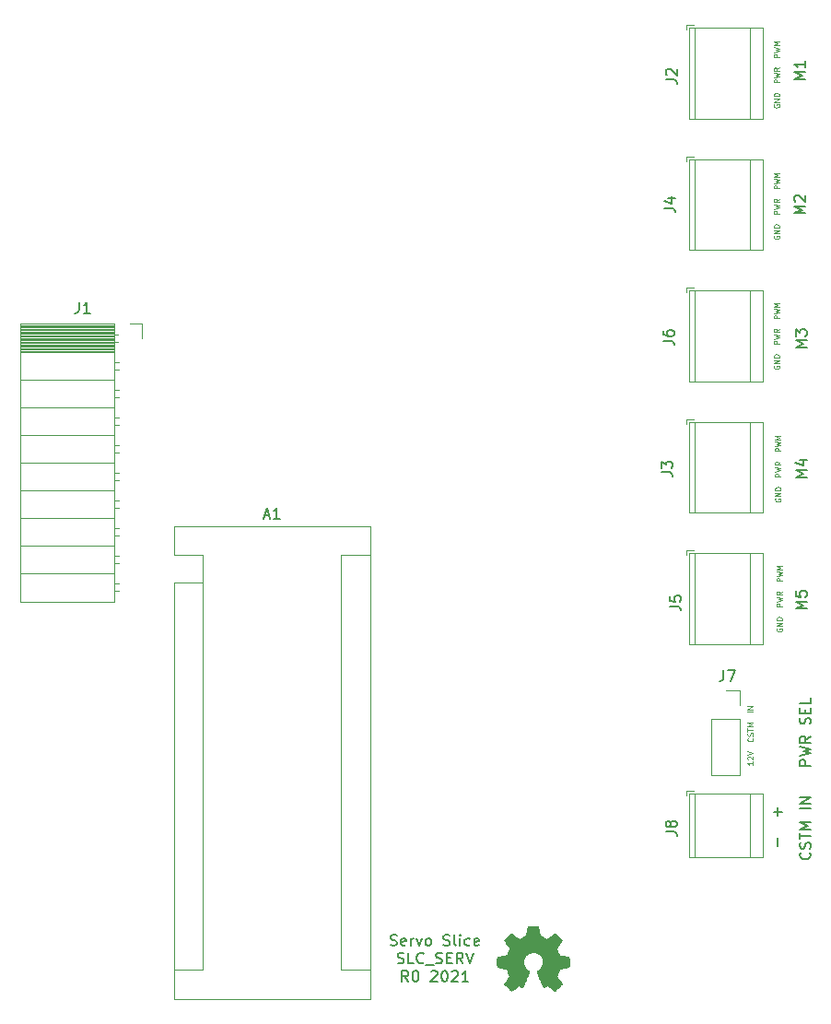
<source format=gbr>
%TF.GenerationSoftware,KiCad,Pcbnew,5.1.10-1.fc34*%
%TF.CreationDate,2021-06-08T11:48:28-04:00*%
%TF.ProjectId,BREAD_Slice,42524541-445f-4536-9c69-63652e6b6963,rev?*%
%TF.SameCoordinates,Original*%
%TF.FileFunction,Legend,Top*%
%TF.FilePolarity,Positive*%
%FSLAX46Y46*%
G04 Gerber Fmt 4.6, Leading zero omitted, Abs format (unit mm)*
G04 Created by KiCad (PCBNEW 5.1.10-1.fc34) date 2021-06-08 11:48:28*
%MOMM*%
%LPD*%
G01*
G04 APERTURE LIST*
%ADD10C,0.150000*%
%ADD11C,0.125000*%
%ADD12C,0.120000*%
%ADD13C,0.010000*%
G04 APERTURE END LIST*
D10*
X191759380Y-103652523D02*
X190759380Y-103652523D01*
X191473666Y-103319190D01*
X190759380Y-102985857D01*
X191759380Y-102985857D01*
X190759380Y-102033476D02*
X190759380Y-102509666D01*
X191235571Y-102557285D01*
X191187952Y-102509666D01*
X191140333Y-102414428D01*
X191140333Y-102176333D01*
X191187952Y-102081095D01*
X191235571Y-102033476D01*
X191330809Y-101985857D01*
X191568904Y-101985857D01*
X191664142Y-102033476D01*
X191711761Y-102081095D01*
X191759380Y-102176333D01*
X191759380Y-102414428D01*
X191711761Y-102509666D01*
X191664142Y-102557285D01*
X191759380Y-91587523D02*
X190759380Y-91587523D01*
X191473666Y-91254190D01*
X190759380Y-90920857D01*
X191759380Y-90920857D01*
X191092714Y-90016095D02*
X191759380Y-90016095D01*
X190711761Y-90254190D02*
X191426047Y-90492285D01*
X191426047Y-89873238D01*
X191759380Y-79649523D02*
X190759380Y-79649523D01*
X191473666Y-79316190D01*
X190759380Y-78982857D01*
X191759380Y-78982857D01*
X190759380Y-78601904D02*
X190759380Y-77982857D01*
X191140333Y-78316190D01*
X191140333Y-78173333D01*
X191187952Y-78078095D01*
X191235571Y-78030476D01*
X191330809Y-77982857D01*
X191568904Y-77982857D01*
X191664142Y-78030476D01*
X191711761Y-78078095D01*
X191759380Y-78173333D01*
X191759380Y-78459047D01*
X191711761Y-78554285D01*
X191664142Y-78601904D01*
X191632380Y-67330523D02*
X190632380Y-67330523D01*
X191346666Y-66997190D01*
X190632380Y-66663857D01*
X191632380Y-66663857D01*
X190727619Y-66235285D02*
X190680000Y-66187666D01*
X190632380Y-66092428D01*
X190632380Y-65854333D01*
X190680000Y-65759095D01*
X190727619Y-65711476D01*
X190822857Y-65663857D01*
X190918095Y-65663857D01*
X191060952Y-65711476D01*
X191632380Y-66282904D01*
X191632380Y-65663857D01*
D11*
X189025000Y-105466000D02*
X189001190Y-105513619D01*
X189001190Y-105585047D01*
X189025000Y-105656476D01*
X189072619Y-105704095D01*
X189120238Y-105727904D01*
X189215476Y-105751714D01*
X189286904Y-105751714D01*
X189382142Y-105727904D01*
X189429761Y-105704095D01*
X189477380Y-105656476D01*
X189501190Y-105585047D01*
X189501190Y-105537428D01*
X189477380Y-105466000D01*
X189453571Y-105442190D01*
X189286904Y-105442190D01*
X189286904Y-105537428D01*
X189501190Y-105227904D02*
X189001190Y-105227904D01*
X189501190Y-104942190D01*
X189001190Y-104942190D01*
X189501190Y-104704095D02*
X189001190Y-104704095D01*
X189001190Y-104585047D01*
X189025000Y-104513619D01*
X189072619Y-104466000D01*
X189120238Y-104442190D01*
X189215476Y-104418380D01*
X189286904Y-104418380D01*
X189382142Y-104442190D01*
X189429761Y-104466000D01*
X189477380Y-104513619D01*
X189501190Y-104585047D01*
X189501190Y-104704095D01*
X189501190Y-103442190D02*
X189001190Y-103442190D01*
X189001190Y-103251714D01*
X189025000Y-103204095D01*
X189048809Y-103180285D01*
X189096428Y-103156476D01*
X189167857Y-103156476D01*
X189215476Y-103180285D01*
X189239285Y-103204095D01*
X189263095Y-103251714D01*
X189263095Y-103442190D01*
X189001190Y-102989809D02*
X189501190Y-102870761D01*
X189144047Y-102775523D01*
X189501190Y-102680285D01*
X189001190Y-102561238D01*
X189501190Y-102085047D02*
X189263095Y-102251714D01*
X189501190Y-102370761D02*
X189001190Y-102370761D01*
X189001190Y-102180285D01*
X189025000Y-102132666D01*
X189048809Y-102108857D01*
X189096428Y-102085047D01*
X189167857Y-102085047D01*
X189215476Y-102108857D01*
X189239285Y-102132666D01*
X189263095Y-102180285D01*
X189263095Y-102370761D01*
X189501190Y-101108857D02*
X189001190Y-101108857D01*
X189001190Y-100918380D01*
X189025000Y-100870761D01*
X189048809Y-100846952D01*
X189096428Y-100823142D01*
X189167857Y-100823142D01*
X189215476Y-100846952D01*
X189239285Y-100870761D01*
X189263095Y-100918380D01*
X189263095Y-101108857D01*
X189001190Y-100656476D02*
X189501190Y-100537428D01*
X189144047Y-100442190D01*
X189501190Y-100346952D01*
X189001190Y-100227904D01*
X189501190Y-100037428D02*
X189001190Y-100037428D01*
X189358333Y-99870761D01*
X189001190Y-99704095D01*
X189501190Y-99704095D01*
X188898000Y-93528000D02*
X188874190Y-93575619D01*
X188874190Y-93647047D01*
X188898000Y-93718476D01*
X188945619Y-93766095D01*
X188993238Y-93789904D01*
X189088476Y-93813714D01*
X189159904Y-93813714D01*
X189255142Y-93789904D01*
X189302761Y-93766095D01*
X189350380Y-93718476D01*
X189374190Y-93647047D01*
X189374190Y-93599428D01*
X189350380Y-93528000D01*
X189326571Y-93504190D01*
X189159904Y-93504190D01*
X189159904Y-93599428D01*
X189374190Y-93289904D02*
X188874190Y-93289904D01*
X189374190Y-93004190D01*
X188874190Y-93004190D01*
X189374190Y-92766095D02*
X188874190Y-92766095D01*
X188874190Y-92647047D01*
X188898000Y-92575619D01*
X188945619Y-92528000D01*
X188993238Y-92504190D01*
X189088476Y-92480380D01*
X189159904Y-92480380D01*
X189255142Y-92504190D01*
X189302761Y-92528000D01*
X189350380Y-92575619D01*
X189374190Y-92647047D01*
X189374190Y-92766095D01*
X189374190Y-91504190D02*
X188874190Y-91504190D01*
X188874190Y-91313714D01*
X188898000Y-91266095D01*
X188921809Y-91242285D01*
X188969428Y-91218476D01*
X189040857Y-91218476D01*
X189088476Y-91242285D01*
X189112285Y-91266095D01*
X189136095Y-91313714D01*
X189136095Y-91504190D01*
X188874190Y-91051809D02*
X189374190Y-90932761D01*
X189017047Y-90837523D01*
X189374190Y-90742285D01*
X188874190Y-90623238D01*
X189374190Y-90147047D02*
X189136095Y-90313714D01*
X189374190Y-90432761D02*
X188874190Y-90432761D01*
X188874190Y-90242285D01*
X188898000Y-90194666D01*
X188921809Y-90170857D01*
X188969428Y-90147047D01*
X189040857Y-90147047D01*
X189088476Y-90170857D01*
X189112285Y-90194666D01*
X189136095Y-90242285D01*
X189136095Y-90432761D01*
X189374190Y-89170857D02*
X188874190Y-89170857D01*
X188874190Y-88980380D01*
X188898000Y-88932761D01*
X188921809Y-88908952D01*
X188969428Y-88885142D01*
X189040857Y-88885142D01*
X189088476Y-88908952D01*
X189112285Y-88932761D01*
X189136095Y-88980380D01*
X189136095Y-89170857D01*
X188874190Y-88718476D02*
X189374190Y-88599428D01*
X189017047Y-88504190D01*
X189374190Y-88408952D01*
X188874190Y-88289904D01*
X189374190Y-88099428D02*
X188874190Y-88099428D01*
X189231333Y-87932761D01*
X188874190Y-87766095D01*
X189374190Y-87766095D01*
X188771000Y-81336000D02*
X188747190Y-81383619D01*
X188747190Y-81455047D01*
X188771000Y-81526476D01*
X188818619Y-81574095D01*
X188866238Y-81597904D01*
X188961476Y-81621714D01*
X189032904Y-81621714D01*
X189128142Y-81597904D01*
X189175761Y-81574095D01*
X189223380Y-81526476D01*
X189247190Y-81455047D01*
X189247190Y-81407428D01*
X189223380Y-81336000D01*
X189199571Y-81312190D01*
X189032904Y-81312190D01*
X189032904Y-81407428D01*
X189247190Y-81097904D02*
X188747190Y-81097904D01*
X189247190Y-80812190D01*
X188747190Y-80812190D01*
X189247190Y-80574095D02*
X188747190Y-80574095D01*
X188747190Y-80455047D01*
X188771000Y-80383619D01*
X188818619Y-80336000D01*
X188866238Y-80312190D01*
X188961476Y-80288380D01*
X189032904Y-80288380D01*
X189128142Y-80312190D01*
X189175761Y-80336000D01*
X189223380Y-80383619D01*
X189247190Y-80455047D01*
X189247190Y-80574095D01*
X189247190Y-79312190D02*
X188747190Y-79312190D01*
X188747190Y-79121714D01*
X188771000Y-79074095D01*
X188794809Y-79050285D01*
X188842428Y-79026476D01*
X188913857Y-79026476D01*
X188961476Y-79050285D01*
X188985285Y-79074095D01*
X189009095Y-79121714D01*
X189009095Y-79312190D01*
X188747190Y-78859809D02*
X189247190Y-78740761D01*
X188890047Y-78645523D01*
X189247190Y-78550285D01*
X188747190Y-78431238D01*
X189247190Y-77955047D02*
X189009095Y-78121714D01*
X189247190Y-78240761D02*
X188747190Y-78240761D01*
X188747190Y-78050285D01*
X188771000Y-78002666D01*
X188794809Y-77978857D01*
X188842428Y-77955047D01*
X188913857Y-77955047D01*
X188961476Y-77978857D01*
X188985285Y-78002666D01*
X189009095Y-78050285D01*
X189009095Y-78240761D01*
X189247190Y-76978857D02*
X188747190Y-76978857D01*
X188747190Y-76788380D01*
X188771000Y-76740761D01*
X188794809Y-76716952D01*
X188842428Y-76693142D01*
X188913857Y-76693142D01*
X188961476Y-76716952D01*
X188985285Y-76740761D01*
X189009095Y-76788380D01*
X189009095Y-76978857D01*
X188747190Y-76526476D02*
X189247190Y-76407428D01*
X188890047Y-76312190D01*
X189247190Y-76216952D01*
X188747190Y-76097904D01*
X189247190Y-75907428D02*
X188747190Y-75907428D01*
X189104333Y-75740761D01*
X188747190Y-75574095D01*
X189247190Y-75574095D01*
X188771000Y-69398000D02*
X188747190Y-69445619D01*
X188747190Y-69517047D01*
X188771000Y-69588476D01*
X188818619Y-69636095D01*
X188866238Y-69659904D01*
X188961476Y-69683714D01*
X189032904Y-69683714D01*
X189128142Y-69659904D01*
X189175761Y-69636095D01*
X189223380Y-69588476D01*
X189247190Y-69517047D01*
X189247190Y-69469428D01*
X189223380Y-69398000D01*
X189199571Y-69374190D01*
X189032904Y-69374190D01*
X189032904Y-69469428D01*
X189247190Y-69159904D02*
X188747190Y-69159904D01*
X189247190Y-68874190D01*
X188747190Y-68874190D01*
X189247190Y-68636095D02*
X188747190Y-68636095D01*
X188747190Y-68517047D01*
X188771000Y-68445619D01*
X188818619Y-68398000D01*
X188866238Y-68374190D01*
X188961476Y-68350380D01*
X189032904Y-68350380D01*
X189128142Y-68374190D01*
X189175761Y-68398000D01*
X189223380Y-68445619D01*
X189247190Y-68517047D01*
X189247190Y-68636095D01*
X189247190Y-67374190D02*
X188747190Y-67374190D01*
X188747190Y-67183714D01*
X188771000Y-67136095D01*
X188794809Y-67112285D01*
X188842428Y-67088476D01*
X188913857Y-67088476D01*
X188961476Y-67112285D01*
X188985285Y-67136095D01*
X189009095Y-67183714D01*
X189009095Y-67374190D01*
X188747190Y-66921809D02*
X189247190Y-66802761D01*
X188890047Y-66707523D01*
X189247190Y-66612285D01*
X188747190Y-66493238D01*
X189247190Y-66017047D02*
X189009095Y-66183714D01*
X189247190Y-66302761D02*
X188747190Y-66302761D01*
X188747190Y-66112285D01*
X188771000Y-66064666D01*
X188794809Y-66040857D01*
X188842428Y-66017047D01*
X188913857Y-66017047D01*
X188961476Y-66040857D01*
X188985285Y-66064666D01*
X189009095Y-66112285D01*
X189009095Y-66302761D01*
X189247190Y-65040857D02*
X188747190Y-65040857D01*
X188747190Y-64850380D01*
X188771000Y-64802761D01*
X188794809Y-64778952D01*
X188842428Y-64755142D01*
X188913857Y-64755142D01*
X188961476Y-64778952D01*
X188985285Y-64802761D01*
X189009095Y-64850380D01*
X189009095Y-65040857D01*
X188747190Y-64588476D02*
X189247190Y-64469428D01*
X188890047Y-64374190D01*
X189247190Y-64278952D01*
X188747190Y-64159904D01*
X189247190Y-63969428D02*
X188747190Y-63969428D01*
X189104333Y-63802761D01*
X188747190Y-63636095D01*
X189247190Y-63636095D01*
X188771000Y-57333000D02*
X188747190Y-57380619D01*
X188747190Y-57452047D01*
X188771000Y-57523476D01*
X188818619Y-57571095D01*
X188866238Y-57594904D01*
X188961476Y-57618714D01*
X189032904Y-57618714D01*
X189128142Y-57594904D01*
X189175761Y-57571095D01*
X189223380Y-57523476D01*
X189247190Y-57452047D01*
X189247190Y-57404428D01*
X189223380Y-57333000D01*
X189199571Y-57309190D01*
X189032904Y-57309190D01*
X189032904Y-57404428D01*
X189247190Y-57094904D02*
X188747190Y-57094904D01*
X189247190Y-56809190D01*
X188747190Y-56809190D01*
X189247190Y-56571095D02*
X188747190Y-56571095D01*
X188747190Y-56452047D01*
X188771000Y-56380619D01*
X188818619Y-56333000D01*
X188866238Y-56309190D01*
X188961476Y-56285380D01*
X189032904Y-56285380D01*
X189128142Y-56309190D01*
X189175761Y-56333000D01*
X189223380Y-56380619D01*
X189247190Y-56452047D01*
X189247190Y-56571095D01*
X189247190Y-55309190D02*
X188747190Y-55309190D01*
X188747190Y-55118714D01*
X188771000Y-55071095D01*
X188794809Y-55047285D01*
X188842428Y-55023476D01*
X188913857Y-55023476D01*
X188961476Y-55047285D01*
X188985285Y-55071095D01*
X189009095Y-55118714D01*
X189009095Y-55309190D01*
X188747190Y-54856809D02*
X189247190Y-54737761D01*
X188890047Y-54642523D01*
X189247190Y-54547285D01*
X188747190Y-54428238D01*
X189247190Y-53952047D02*
X189009095Y-54118714D01*
X189247190Y-54237761D02*
X188747190Y-54237761D01*
X188747190Y-54047285D01*
X188771000Y-53999666D01*
X188794809Y-53975857D01*
X188842428Y-53952047D01*
X188913857Y-53952047D01*
X188961476Y-53975857D01*
X188985285Y-53999666D01*
X189009095Y-54047285D01*
X189009095Y-54237761D01*
X189247190Y-52975857D02*
X188747190Y-52975857D01*
X188747190Y-52785380D01*
X188771000Y-52737761D01*
X188794809Y-52713952D01*
X188842428Y-52690142D01*
X188913857Y-52690142D01*
X188961476Y-52713952D01*
X188985285Y-52737761D01*
X189009095Y-52785380D01*
X189009095Y-52975857D01*
X188747190Y-52523476D02*
X189247190Y-52404428D01*
X188890047Y-52309190D01*
X189247190Y-52213952D01*
X188747190Y-52094904D01*
X189247190Y-51904428D02*
X188747190Y-51904428D01*
X189104333Y-51737761D01*
X188747190Y-51571095D01*
X189247190Y-51571095D01*
D10*
X191632380Y-55011523D02*
X190632380Y-55011523D01*
X191346666Y-54678190D01*
X190632380Y-54344857D01*
X191632380Y-54344857D01*
X191632380Y-53344857D02*
X191632380Y-53916285D01*
X191632380Y-53630571D02*
X190632380Y-53630571D01*
X190775238Y-53725809D01*
X190870476Y-53821047D01*
X190918095Y-53916285D01*
D11*
X186834190Y-117705666D02*
X186834190Y-117991380D01*
X186834190Y-117848523D02*
X186334190Y-117848523D01*
X186405619Y-117896142D01*
X186453238Y-117943761D01*
X186477047Y-117991380D01*
X186381809Y-117515190D02*
X186358000Y-117491380D01*
X186334190Y-117443761D01*
X186334190Y-117324714D01*
X186358000Y-117277095D01*
X186381809Y-117253285D01*
X186429428Y-117229476D01*
X186477047Y-117229476D01*
X186548476Y-117253285D01*
X186834190Y-117539000D01*
X186834190Y-117229476D01*
X186334190Y-117086619D02*
X186834190Y-116919952D01*
X186334190Y-116753285D01*
X186786571Y-115539000D02*
X186810380Y-115562809D01*
X186834190Y-115634238D01*
X186834190Y-115681857D01*
X186810380Y-115753285D01*
X186762761Y-115800904D01*
X186715142Y-115824714D01*
X186619904Y-115848523D01*
X186548476Y-115848523D01*
X186453238Y-115824714D01*
X186405619Y-115800904D01*
X186358000Y-115753285D01*
X186334190Y-115681857D01*
X186334190Y-115634238D01*
X186358000Y-115562809D01*
X186381809Y-115539000D01*
X186810380Y-115348523D02*
X186834190Y-115277095D01*
X186834190Y-115158047D01*
X186810380Y-115110428D01*
X186786571Y-115086619D01*
X186738952Y-115062809D01*
X186691333Y-115062809D01*
X186643714Y-115086619D01*
X186619904Y-115110428D01*
X186596095Y-115158047D01*
X186572285Y-115253285D01*
X186548476Y-115300904D01*
X186524666Y-115324714D01*
X186477047Y-115348523D01*
X186429428Y-115348523D01*
X186381809Y-115324714D01*
X186358000Y-115300904D01*
X186334190Y-115253285D01*
X186334190Y-115134238D01*
X186358000Y-115062809D01*
X186334190Y-114919952D02*
X186334190Y-114634238D01*
X186834190Y-114777095D02*
X186334190Y-114777095D01*
X186834190Y-114467571D02*
X186334190Y-114467571D01*
X186691333Y-114300904D01*
X186334190Y-114134238D01*
X186834190Y-114134238D01*
X186834190Y-113134238D02*
X186334190Y-113134238D01*
X186834190Y-112896142D02*
X186334190Y-112896142D01*
X186834190Y-112610428D01*
X186334190Y-112610428D01*
D10*
X192140380Y-118082619D02*
X191140380Y-118082619D01*
X191140380Y-117701666D01*
X191188000Y-117606428D01*
X191235619Y-117558809D01*
X191330857Y-117511190D01*
X191473714Y-117511190D01*
X191568952Y-117558809D01*
X191616571Y-117606428D01*
X191664190Y-117701666D01*
X191664190Y-118082619D01*
X191140380Y-117177857D02*
X192140380Y-116939761D01*
X191426095Y-116749285D01*
X192140380Y-116558809D01*
X191140380Y-116320714D01*
X192140380Y-115368333D02*
X191664190Y-115701666D01*
X192140380Y-115939761D02*
X191140380Y-115939761D01*
X191140380Y-115558809D01*
X191188000Y-115463571D01*
X191235619Y-115415952D01*
X191330857Y-115368333D01*
X191473714Y-115368333D01*
X191568952Y-115415952D01*
X191616571Y-115463571D01*
X191664190Y-115558809D01*
X191664190Y-115939761D01*
X192092761Y-114225476D02*
X192140380Y-114082619D01*
X192140380Y-113844523D01*
X192092761Y-113749285D01*
X192045142Y-113701666D01*
X191949904Y-113654047D01*
X191854666Y-113654047D01*
X191759428Y-113701666D01*
X191711809Y-113749285D01*
X191664190Y-113844523D01*
X191616571Y-114035000D01*
X191568952Y-114130238D01*
X191521333Y-114177857D01*
X191426095Y-114225476D01*
X191330857Y-114225476D01*
X191235619Y-114177857D01*
X191188000Y-114130238D01*
X191140380Y-114035000D01*
X191140380Y-113796904D01*
X191188000Y-113654047D01*
X191616571Y-113225476D02*
X191616571Y-112892142D01*
X192140380Y-112749285D02*
X192140380Y-113225476D01*
X191140380Y-113225476D01*
X191140380Y-112749285D01*
X192140380Y-111844523D02*
X192140380Y-112320714D01*
X191140380Y-112320714D01*
X189092428Y-125432904D02*
X189092428Y-124671000D01*
X189092428Y-122671000D02*
X189092428Y-121909095D01*
X189473380Y-122290047D02*
X188711476Y-122290047D01*
X192045142Y-126059904D02*
X192092761Y-126107523D01*
X192140380Y-126250380D01*
X192140380Y-126345619D01*
X192092761Y-126488476D01*
X191997523Y-126583714D01*
X191902285Y-126631333D01*
X191711809Y-126678952D01*
X191568952Y-126678952D01*
X191378476Y-126631333D01*
X191283238Y-126583714D01*
X191188000Y-126488476D01*
X191140380Y-126345619D01*
X191140380Y-126250380D01*
X191188000Y-126107523D01*
X191235619Y-126059904D01*
X192092761Y-125678952D02*
X192140380Y-125536095D01*
X192140380Y-125298000D01*
X192092761Y-125202761D01*
X192045142Y-125155142D01*
X191949904Y-125107523D01*
X191854666Y-125107523D01*
X191759428Y-125155142D01*
X191711809Y-125202761D01*
X191664190Y-125298000D01*
X191616571Y-125488476D01*
X191568952Y-125583714D01*
X191521333Y-125631333D01*
X191426095Y-125678952D01*
X191330857Y-125678952D01*
X191235619Y-125631333D01*
X191188000Y-125583714D01*
X191140380Y-125488476D01*
X191140380Y-125250380D01*
X191188000Y-125107523D01*
X191140380Y-124821809D02*
X191140380Y-124250380D01*
X192140380Y-124536095D02*
X191140380Y-124536095D01*
X192140380Y-123917047D02*
X191140380Y-123917047D01*
X191854666Y-123583714D01*
X191140380Y-123250380D01*
X192140380Y-123250380D01*
X192140380Y-122012285D02*
X191140380Y-122012285D01*
X192140380Y-121536095D02*
X191140380Y-121536095D01*
X192140380Y-120964666D01*
X191140380Y-120964666D01*
X153528570Y-134554761D02*
X153671427Y-134602380D01*
X153909522Y-134602380D01*
X154004760Y-134554761D01*
X154052379Y-134507142D01*
X154099999Y-134411904D01*
X154099999Y-134316666D01*
X154052379Y-134221428D01*
X154004760Y-134173809D01*
X153909522Y-134126190D01*
X153719046Y-134078571D01*
X153623808Y-134030952D01*
X153576189Y-133983333D01*
X153528570Y-133888095D01*
X153528570Y-133792857D01*
X153576189Y-133697619D01*
X153623808Y-133650000D01*
X153719046Y-133602380D01*
X153957141Y-133602380D01*
X154099999Y-133650000D01*
X154909522Y-134554761D02*
X154814284Y-134602380D01*
X154623808Y-134602380D01*
X154528570Y-134554761D01*
X154480951Y-134459523D01*
X154480951Y-134078571D01*
X154528570Y-133983333D01*
X154623808Y-133935714D01*
X154814284Y-133935714D01*
X154909522Y-133983333D01*
X154957141Y-134078571D01*
X154957141Y-134173809D01*
X154480951Y-134269047D01*
X155385713Y-134602380D02*
X155385713Y-133935714D01*
X155385713Y-134126190D02*
X155433332Y-134030952D01*
X155480951Y-133983333D01*
X155576189Y-133935714D01*
X155671427Y-133935714D01*
X155909522Y-133935714D02*
X156147618Y-134602380D01*
X156385713Y-133935714D01*
X156909522Y-134602380D02*
X156814284Y-134554761D01*
X156766665Y-134507142D01*
X156719046Y-134411904D01*
X156719046Y-134126190D01*
X156766665Y-134030952D01*
X156814284Y-133983333D01*
X156909522Y-133935714D01*
X157052379Y-133935714D01*
X157147618Y-133983333D01*
X157195237Y-134030952D01*
X157242856Y-134126190D01*
X157242856Y-134411904D01*
X157195237Y-134507142D01*
X157147618Y-134554761D01*
X157052379Y-134602380D01*
X156909522Y-134602380D01*
X158385713Y-134554761D02*
X158528570Y-134602380D01*
X158766665Y-134602380D01*
X158861903Y-134554761D01*
X158909522Y-134507142D01*
X158957141Y-134411904D01*
X158957141Y-134316666D01*
X158909522Y-134221428D01*
X158861903Y-134173809D01*
X158766665Y-134126190D01*
X158576189Y-134078571D01*
X158480951Y-134030952D01*
X158433332Y-133983333D01*
X158385713Y-133888095D01*
X158385713Y-133792857D01*
X158433332Y-133697619D01*
X158480951Y-133650000D01*
X158576189Y-133602380D01*
X158814284Y-133602380D01*
X158957141Y-133650000D01*
X159528570Y-134602380D02*
X159433332Y-134554761D01*
X159385713Y-134459523D01*
X159385713Y-133602380D01*
X159909522Y-134602380D02*
X159909522Y-133935714D01*
X159909522Y-133602380D02*
X159861903Y-133650000D01*
X159909522Y-133697619D01*
X159957141Y-133650000D01*
X159909522Y-133602380D01*
X159909522Y-133697619D01*
X160814284Y-134554761D02*
X160719046Y-134602380D01*
X160528570Y-134602380D01*
X160433332Y-134554761D01*
X160385713Y-134507142D01*
X160338094Y-134411904D01*
X160338094Y-134126190D01*
X160385713Y-134030952D01*
X160433332Y-133983333D01*
X160528570Y-133935714D01*
X160719046Y-133935714D01*
X160814284Y-133983333D01*
X161623808Y-134554761D02*
X161528570Y-134602380D01*
X161338094Y-134602380D01*
X161242856Y-134554761D01*
X161195237Y-134459523D01*
X161195237Y-134078571D01*
X161242856Y-133983333D01*
X161338094Y-133935714D01*
X161528570Y-133935714D01*
X161623808Y-133983333D01*
X161671427Y-134078571D01*
X161671427Y-134173809D01*
X161195237Y-134269047D01*
X154171427Y-136204761D02*
X154314284Y-136252380D01*
X154552379Y-136252380D01*
X154647618Y-136204761D01*
X154695237Y-136157142D01*
X154742856Y-136061904D01*
X154742856Y-135966666D01*
X154695237Y-135871428D01*
X154647618Y-135823809D01*
X154552379Y-135776190D01*
X154361903Y-135728571D01*
X154266665Y-135680952D01*
X154219046Y-135633333D01*
X154171427Y-135538095D01*
X154171427Y-135442857D01*
X154219046Y-135347619D01*
X154266665Y-135300000D01*
X154361903Y-135252380D01*
X154599999Y-135252380D01*
X154742856Y-135300000D01*
X155647618Y-136252380D02*
X155171427Y-136252380D01*
X155171427Y-135252380D01*
X156552379Y-136157142D02*
X156504760Y-136204761D01*
X156361903Y-136252380D01*
X156266665Y-136252380D01*
X156123808Y-136204761D01*
X156028570Y-136109523D01*
X155980951Y-136014285D01*
X155933332Y-135823809D01*
X155933332Y-135680952D01*
X155980951Y-135490476D01*
X156028570Y-135395238D01*
X156123808Y-135300000D01*
X156266665Y-135252380D01*
X156361903Y-135252380D01*
X156504760Y-135300000D01*
X156552379Y-135347619D01*
X156742856Y-136347619D02*
X157504760Y-136347619D01*
X157695237Y-136204761D02*
X157838094Y-136252380D01*
X158076189Y-136252380D01*
X158171427Y-136204761D01*
X158219046Y-136157142D01*
X158266665Y-136061904D01*
X158266665Y-135966666D01*
X158219046Y-135871428D01*
X158171427Y-135823809D01*
X158076189Y-135776190D01*
X157885713Y-135728571D01*
X157790475Y-135680952D01*
X157742856Y-135633333D01*
X157695237Y-135538095D01*
X157695237Y-135442857D01*
X157742856Y-135347619D01*
X157790475Y-135300000D01*
X157885713Y-135252380D01*
X158123808Y-135252380D01*
X158266665Y-135300000D01*
X158695237Y-135728571D02*
X159028570Y-135728571D01*
X159171427Y-136252380D02*
X158695237Y-136252380D01*
X158695237Y-135252380D01*
X159171427Y-135252380D01*
X160171427Y-136252380D02*
X159838094Y-135776190D01*
X159599999Y-136252380D02*
X159599999Y-135252380D01*
X159980951Y-135252380D01*
X160076189Y-135300000D01*
X160123808Y-135347619D01*
X160171427Y-135442857D01*
X160171427Y-135585714D01*
X160123808Y-135680952D01*
X160076189Y-135728571D01*
X159980951Y-135776190D01*
X159599999Y-135776190D01*
X160457141Y-135252380D02*
X160790475Y-136252380D01*
X161123808Y-135252380D01*
X155147618Y-137902380D02*
X154814284Y-137426190D01*
X154576189Y-137902380D02*
X154576189Y-136902380D01*
X154957141Y-136902380D01*
X155052379Y-136950000D01*
X155099999Y-136997619D01*
X155147618Y-137092857D01*
X155147618Y-137235714D01*
X155099999Y-137330952D01*
X155052379Y-137378571D01*
X154957141Y-137426190D01*
X154576189Y-137426190D01*
X155766665Y-136902380D02*
X155861903Y-136902380D01*
X155957141Y-136950000D01*
X156004760Y-136997619D01*
X156052379Y-137092857D01*
X156099999Y-137283333D01*
X156099999Y-137521428D01*
X156052379Y-137711904D01*
X156004760Y-137807142D01*
X155957141Y-137854761D01*
X155861903Y-137902380D01*
X155766665Y-137902380D01*
X155671427Y-137854761D01*
X155623808Y-137807142D01*
X155576189Y-137711904D01*
X155528570Y-137521428D01*
X155528570Y-137283333D01*
X155576189Y-137092857D01*
X155623808Y-136997619D01*
X155671427Y-136950000D01*
X155766665Y-136902380D01*
X157242856Y-136997619D02*
X157290475Y-136950000D01*
X157385713Y-136902380D01*
X157623808Y-136902380D01*
X157719046Y-136950000D01*
X157766665Y-136997619D01*
X157814284Y-137092857D01*
X157814284Y-137188095D01*
X157766665Y-137330952D01*
X157195237Y-137902380D01*
X157814284Y-137902380D01*
X158433332Y-136902380D02*
X158528570Y-136902380D01*
X158623808Y-136950000D01*
X158671427Y-136997619D01*
X158719046Y-137092857D01*
X158766665Y-137283333D01*
X158766665Y-137521428D01*
X158719046Y-137711904D01*
X158671427Y-137807142D01*
X158623808Y-137854761D01*
X158528570Y-137902380D01*
X158433332Y-137902380D01*
X158338094Y-137854761D01*
X158290475Y-137807142D01*
X158242856Y-137711904D01*
X158195237Y-137521428D01*
X158195237Y-137283333D01*
X158242856Y-137092857D01*
X158290475Y-136997619D01*
X158338094Y-136950000D01*
X158433332Y-136902380D01*
X159147618Y-136997619D02*
X159195237Y-136950000D01*
X159290475Y-136902380D01*
X159528570Y-136902380D01*
X159623808Y-136950000D01*
X159671427Y-136997619D01*
X159719046Y-137092857D01*
X159719046Y-137188095D01*
X159671427Y-137330952D01*
X159099999Y-137902380D01*
X159719046Y-137902380D01*
X160671427Y-137902380D02*
X160099999Y-137902380D01*
X160385713Y-137902380D02*
X160385713Y-136902380D01*
X160290475Y-137045238D01*
X160195237Y-137140476D01*
X160099999Y-137188095D01*
D12*
%TO.C,J8*%
X180712000Y-120414000D02*
X180712000Y-120814000D01*
X181352000Y-120414000D02*
X180712000Y-120414000D01*
X187692000Y-126434000D02*
X180952000Y-126434000D01*
X187692000Y-120654000D02*
X180952000Y-120654000D01*
X180952000Y-120654000D02*
X180952000Y-126434000D01*
X187692000Y-120654000D02*
X187692000Y-126434000D01*
X186572000Y-120654000D02*
X186572000Y-126434000D01*
X181472000Y-120654000D02*
X181472000Y-126434000D01*
%TO.C,J7*%
X184322000Y-111165000D02*
X185652000Y-111165000D01*
X185652000Y-111165000D02*
X185652000Y-112495000D01*
X185652000Y-113765000D02*
X185652000Y-118905000D01*
X182992000Y-118905000D02*
X185652000Y-118905000D01*
X182992000Y-113765000D02*
X182992000Y-118905000D01*
X182992000Y-113765000D02*
X185652000Y-113765000D01*
%TO.C,J6*%
X180712000Y-74186000D02*
X180712000Y-74586000D01*
X181352000Y-74186000D02*
X180712000Y-74186000D01*
X187692000Y-82746000D02*
X180952000Y-82746000D01*
X187692000Y-74426000D02*
X180952000Y-74426000D01*
X180952000Y-74426000D02*
X180952000Y-82746000D01*
X187692000Y-74426000D02*
X187692000Y-82746000D01*
X186572000Y-74426000D02*
X186572000Y-82746000D01*
X181472000Y-74426000D02*
X181472000Y-82746000D01*
%TO.C,J5*%
X180712000Y-98316000D02*
X180712000Y-98716000D01*
X181352000Y-98316000D02*
X180712000Y-98316000D01*
X187692000Y-106876000D02*
X180952000Y-106876000D01*
X187692000Y-98556000D02*
X180952000Y-98556000D01*
X180952000Y-98556000D02*
X180952000Y-106876000D01*
X187692000Y-98556000D02*
X187692000Y-106876000D01*
X186572000Y-98556000D02*
X186572000Y-106876000D01*
X181472000Y-98556000D02*
X181472000Y-106876000D01*
%TO.C,J4*%
X180712000Y-62121000D02*
X180712000Y-62521000D01*
X181352000Y-62121000D02*
X180712000Y-62121000D01*
X187692000Y-70681000D02*
X180952000Y-70681000D01*
X187692000Y-62361000D02*
X180952000Y-62361000D01*
X180952000Y-62361000D02*
X180952000Y-70681000D01*
X187692000Y-62361000D02*
X187692000Y-70681000D01*
X186572000Y-62361000D02*
X186572000Y-70681000D01*
X181472000Y-62361000D02*
X181472000Y-70681000D01*
%TO.C,J3*%
X180712000Y-86251000D02*
X180712000Y-86651000D01*
X181352000Y-86251000D02*
X180712000Y-86251000D01*
X187692000Y-94811000D02*
X180952000Y-94811000D01*
X187692000Y-86491000D02*
X180952000Y-86491000D01*
X180952000Y-86491000D02*
X180952000Y-94811000D01*
X187692000Y-86491000D02*
X187692000Y-94811000D01*
X186572000Y-86491000D02*
X186572000Y-94811000D01*
X181472000Y-86491000D02*
X181472000Y-94811000D01*
%TO.C,J2*%
X180712000Y-50056000D02*
X180712000Y-50456000D01*
X181352000Y-50056000D02*
X180712000Y-50056000D01*
X187692000Y-58616000D02*
X180952000Y-58616000D01*
X187692000Y-50296000D02*
X180952000Y-50296000D01*
X180952000Y-50296000D02*
X180952000Y-58616000D01*
X187692000Y-50296000D02*
X187692000Y-58616000D01*
X186572000Y-50296000D02*
X186572000Y-58616000D01*
X181472000Y-50296000D02*
X181472000Y-58616000D01*
D13*
%TO.C,Logo1*%
G36*
X167155814Y-133268931D02*
G01*
X167239635Y-133713555D01*
X167548920Y-133841053D01*
X167858206Y-133968551D01*
X168229246Y-133716246D01*
X168333157Y-133645996D01*
X168427087Y-133583272D01*
X168506652Y-133530938D01*
X168567470Y-133491857D01*
X168605157Y-133468893D01*
X168615421Y-133463942D01*
X168633910Y-133476676D01*
X168673420Y-133511882D01*
X168729522Y-133565062D01*
X168797787Y-133631718D01*
X168873786Y-133707354D01*
X168953092Y-133787472D01*
X169031275Y-133867574D01*
X169103907Y-133943164D01*
X169166559Y-134009745D01*
X169214803Y-134062818D01*
X169244210Y-134097887D01*
X169251241Y-134109623D01*
X169241123Y-134131260D01*
X169212759Y-134178662D01*
X169169129Y-134247193D01*
X169113218Y-134332215D01*
X169048006Y-134429093D01*
X169010219Y-134484350D01*
X168941343Y-134585248D01*
X168880140Y-134676299D01*
X168829578Y-134752970D01*
X168792628Y-134810728D01*
X168772258Y-134845043D01*
X168769197Y-134852254D01*
X168776136Y-134872748D01*
X168795051Y-134920513D01*
X168823087Y-134988832D01*
X168857391Y-135070989D01*
X168895109Y-135160270D01*
X168933387Y-135249958D01*
X168969370Y-135333338D01*
X169000206Y-135403694D01*
X169023039Y-135454310D01*
X169035017Y-135478471D01*
X169035724Y-135479422D01*
X169054531Y-135484036D01*
X169104618Y-135494328D01*
X169180793Y-135509287D01*
X169277865Y-135527901D01*
X169390643Y-135549159D01*
X169456442Y-135561418D01*
X169576950Y-135584362D01*
X169685797Y-135606195D01*
X169777476Y-135625722D01*
X169846481Y-135641748D01*
X169887304Y-135653079D01*
X169895511Y-135656674D01*
X169903548Y-135681006D01*
X169910033Y-135735959D01*
X169914970Y-135815108D01*
X169918364Y-135912026D01*
X169920218Y-136020287D01*
X169920538Y-136133465D01*
X169919327Y-136245135D01*
X169916590Y-136348868D01*
X169912331Y-136438241D01*
X169906555Y-136506826D01*
X169899267Y-136548197D01*
X169894895Y-136556810D01*
X169868764Y-136567133D01*
X169813393Y-136581892D01*
X169736107Y-136599352D01*
X169644230Y-136617780D01*
X169612158Y-136623741D01*
X169457524Y-136652066D01*
X169335375Y-136674876D01*
X169241673Y-136693080D01*
X169172384Y-136707583D01*
X169123471Y-136719292D01*
X169090897Y-136729115D01*
X169070628Y-136737956D01*
X169058626Y-136746724D01*
X169056947Y-136748457D01*
X169040184Y-136776371D01*
X169014614Y-136830695D01*
X168982788Y-136904777D01*
X168947260Y-136991965D01*
X168910583Y-137085608D01*
X168875311Y-137179052D01*
X168843996Y-137265647D01*
X168819193Y-137338740D01*
X168803454Y-137391678D01*
X168799332Y-137417811D01*
X168799676Y-137418726D01*
X168813641Y-137440086D01*
X168845322Y-137487084D01*
X168891391Y-137554827D01*
X168948518Y-137638423D01*
X169013373Y-137732982D01*
X169031843Y-137759854D01*
X169097699Y-137857275D01*
X169155650Y-137946163D01*
X169202538Y-138021412D01*
X169235207Y-138077920D01*
X169250500Y-138110581D01*
X169251241Y-138114593D01*
X169238392Y-138135684D01*
X169202888Y-138177464D01*
X169149293Y-138235445D01*
X169082171Y-138305135D01*
X169006087Y-138382045D01*
X168925604Y-138461683D01*
X168845287Y-138539561D01*
X168769699Y-138611186D01*
X168703405Y-138672070D01*
X168650969Y-138717721D01*
X168616955Y-138743650D01*
X168607545Y-138747883D01*
X168585643Y-138737912D01*
X168540800Y-138711020D01*
X168480321Y-138671736D01*
X168433789Y-138640117D01*
X168349475Y-138582098D01*
X168249626Y-138513784D01*
X168149473Y-138445579D01*
X168095627Y-138409075D01*
X167913371Y-138285800D01*
X167760381Y-138368520D01*
X167690682Y-138404759D01*
X167631414Y-138432926D01*
X167591311Y-138448991D01*
X167581103Y-138451226D01*
X167568829Y-138434722D01*
X167544613Y-138388082D01*
X167510263Y-138315609D01*
X167467588Y-138221606D01*
X167418394Y-138110374D01*
X167364490Y-137986215D01*
X167307684Y-137853432D01*
X167249782Y-137716327D01*
X167192593Y-137579202D01*
X167137924Y-137446358D01*
X167087584Y-137322098D01*
X167043380Y-137210725D01*
X167007119Y-137116539D01*
X166980609Y-137043844D01*
X166965658Y-136996941D01*
X166963254Y-136980833D01*
X166982311Y-136960286D01*
X167024036Y-136926933D01*
X167079706Y-136887702D01*
X167084378Y-136884599D01*
X167228264Y-136769423D01*
X167344283Y-136635053D01*
X167431430Y-136485784D01*
X167488699Y-136325913D01*
X167515086Y-136159737D01*
X167509585Y-135991552D01*
X167471190Y-135825655D01*
X167398895Y-135666342D01*
X167377626Y-135631487D01*
X167266996Y-135490737D01*
X167136302Y-135377714D01*
X166990064Y-135293003D01*
X166832808Y-135237194D01*
X166669057Y-135210874D01*
X166503333Y-135214630D01*
X166340162Y-135249050D01*
X166184065Y-135314723D01*
X166039567Y-135412235D01*
X165994869Y-135451813D01*
X165881112Y-135575703D01*
X165798218Y-135706124D01*
X165741356Y-135852315D01*
X165709687Y-135997088D01*
X165701869Y-136159860D01*
X165727938Y-136323440D01*
X165785245Y-136482298D01*
X165871144Y-136630906D01*
X165982986Y-136763735D01*
X166118123Y-136875256D01*
X166135883Y-136887011D01*
X166192150Y-136925508D01*
X166234923Y-136958863D01*
X166255372Y-136980160D01*
X166255669Y-136980833D01*
X166251279Y-137003871D01*
X166233876Y-137056157D01*
X166205268Y-137133390D01*
X166167265Y-137231268D01*
X166121674Y-137345491D01*
X166070303Y-137471758D01*
X166014962Y-137605767D01*
X165957458Y-137743218D01*
X165899601Y-137879808D01*
X165843198Y-138011237D01*
X165790058Y-138133205D01*
X165741990Y-138241409D01*
X165700801Y-138331549D01*
X165668301Y-138399323D01*
X165646297Y-138440430D01*
X165637436Y-138451226D01*
X165610360Y-138442819D01*
X165559697Y-138420272D01*
X165494183Y-138387613D01*
X165458159Y-138368520D01*
X165305168Y-138285800D01*
X165122912Y-138409075D01*
X165029875Y-138472228D01*
X164928015Y-138541727D01*
X164832562Y-138607165D01*
X164784750Y-138640117D01*
X164717505Y-138685273D01*
X164660564Y-138721057D01*
X164621354Y-138742938D01*
X164608619Y-138747563D01*
X164590083Y-138735085D01*
X164549059Y-138700252D01*
X164489525Y-138646678D01*
X164415458Y-138577983D01*
X164330835Y-138497781D01*
X164277315Y-138446286D01*
X164183681Y-138354286D01*
X164102759Y-138271999D01*
X164037823Y-138202945D01*
X163992142Y-138150644D01*
X163968989Y-138118616D01*
X163966768Y-138112116D01*
X163977076Y-138087394D01*
X164005561Y-138037405D01*
X164049063Y-137967212D01*
X164104423Y-137881875D01*
X164168480Y-137786456D01*
X164186697Y-137759854D01*
X164253073Y-137663167D01*
X164312622Y-137576117D01*
X164362016Y-137503595D01*
X164397925Y-137450493D01*
X164417019Y-137421703D01*
X164418864Y-137418726D01*
X164416105Y-137395782D01*
X164401462Y-137345336D01*
X164377487Y-137274041D01*
X164346734Y-137188547D01*
X164311756Y-137095507D01*
X164275107Y-137001574D01*
X164239339Y-136913399D01*
X164207006Y-136837634D01*
X164180662Y-136780931D01*
X164162858Y-136749943D01*
X164161593Y-136748457D01*
X164150706Y-136739601D01*
X164132318Y-136730843D01*
X164102394Y-136721277D01*
X164056897Y-136709996D01*
X163991791Y-136696093D01*
X163903039Y-136678663D01*
X163786607Y-136656798D01*
X163638458Y-136629591D01*
X163606382Y-136623741D01*
X163511314Y-136605374D01*
X163428435Y-136587405D01*
X163365070Y-136571569D01*
X163328542Y-136559600D01*
X163323644Y-136556810D01*
X163315573Y-136532072D01*
X163309013Y-136476790D01*
X163303967Y-136397389D01*
X163300441Y-136300296D01*
X163298439Y-136191938D01*
X163297964Y-136078740D01*
X163299023Y-135967128D01*
X163301618Y-135863529D01*
X163305754Y-135774368D01*
X163311437Y-135706072D01*
X163318669Y-135665066D01*
X163323029Y-135656674D01*
X163347302Y-135648208D01*
X163402574Y-135634435D01*
X163483338Y-135616550D01*
X163584088Y-135595748D01*
X163699317Y-135573223D01*
X163762098Y-135561418D01*
X163881213Y-135539151D01*
X163987435Y-135518979D01*
X164075573Y-135501915D01*
X164140434Y-135488969D01*
X164176826Y-135481155D01*
X164182816Y-135479422D01*
X164192939Y-135459890D01*
X164214338Y-135412843D01*
X164244161Y-135345003D01*
X164279555Y-135263091D01*
X164317668Y-135173828D01*
X164355647Y-135083935D01*
X164390640Y-135000135D01*
X164419794Y-134929147D01*
X164440257Y-134877694D01*
X164449177Y-134852497D01*
X164449343Y-134851396D01*
X164439231Y-134831519D01*
X164410883Y-134785777D01*
X164367277Y-134718717D01*
X164311394Y-134634884D01*
X164246213Y-134538826D01*
X164208321Y-134483650D01*
X164139275Y-134382481D01*
X164077950Y-134290630D01*
X164027337Y-134212744D01*
X163990429Y-134153469D01*
X163970218Y-134117451D01*
X163967299Y-134109377D01*
X163979847Y-134090584D01*
X164014537Y-134050457D01*
X164066937Y-133993493D01*
X164132616Y-133924185D01*
X164207144Y-133847031D01*
X164286087Y-133766525D01*
X164365017Y-133687163D01*
X164439500Y-133613440D01*
X164505106Y-133549852D01*
X164557404Y-133500894D01*
X164591961Y-133471061D01*
X164603522Y-133463942D01*
X164622346Y-133473953D01*
X164667369Y-133502078D01*
X164734213Y-133545454D01*
X164818501Y-133601218D01*
X164915856Y-133666506D01*
X164989293Y-133716246D01*
X165360333Y-133968551D01*
X165978905Y-133713555D01*
X166062725Y-133268931D01*
X166146546Y-132824307D01*
X167071994Y-132824307D01*
X167155814Y-133268931D01*
G37*
X167155814Y-133268931D02*
X167239635Y-133713555D01*
X167548920Y-133841053D01*
X167858206Y-133968551D01*
X168229246Y-133716246D01*
X168333157Y-133645996D01*
X168427087Y-133583272D01*
X168506652Y-133530938D01*
X168567470Y-133491857D01*
X168605157Y-133468893D01*
X168615421Y-133463942D01*
X168633910Y-133476676D01*
X168673420Y-133511882D01*
X168729522Y-133565062D01*
X168797787Y-133631718D01*
X168873786Y-133707354D01*
X168953092Y-133787472D01*
X169031275Y-133867574D01*
X169103907Y-133943164D01*
X169166559Y-134009745D01*
X169214803Y-134062818D01*
X169244210Y-134097887D01*
X169251241Y-134109623D01*
X169241123Y-134131260D01*
X169212759Y-134178662D01*
X169169129Y-134247193D01*
X169113218Y-134332215D01*
X169048006Y-134429093D01*
X169010219Y-134484350D01*
X168941343Y-134585248D01*
X168880140Y-134676299D01*
X168829578Y-134752970D01*
X168792628Y-134810728D01*
X168772258Y-134845043D01*
X168769197Y-134852254D01*
X168776136Y-134872748D01*
X168795051Y-134920513D01*
X168823087Y-134988832D01*
X168857391Y-135070989D01*
X168895109Y-135160270D01*
X168933387Y-135249958D01*
X168969370Y-135333338D01*
X169000206Y-135403694D01*
X169023039Y-135454310D01*
X169035017Y-135478471D01*
X169035724Y-135479422D01*
X169054531Y-135484036D01*
X169104618Y-135494328D01*
X169180793Y-135509287D01*
X169277865Y-135527901D01*
X169390643Y-135549159D01*
X169456442Y-135561418D01*
X169576950Y-135584362D01*
X169685797Y-135606195D01*
X169777476Y-135625722D01*
X169846481Y-135641748D01*
X169887304Y-135653079D01*
X169895511Y-135656674D01*
X169903548Y-135681006D01*
X169910033Y-135735959D01*
X169914970Y-135815108D01*
X169918364Y-135912026D01*
X169920218Y-136020287D01*
X169920538Y-136133465D01*
X169919327Y-136245135D01*
X169916590Y-136348868D01*
X169912331Y-136438241D01*
X169906555Y-136506826D01*
X169899267Y-136548197D01*
X169894895Y-136556810D01*
X169868764Y-136567133D01*
X169813393Y-136581892D01*
X169736107Y-136599352D01*
X169644230Y-136617780D01*
X169612158Y-136623741D01*
X169457524Y-136652066D01*
X169335375Y-136674876D01*
X169241673Y-136693080D01*
X169172384Y-136707583D01*
X169123471Y-136719292D01*
X169090897Y-136729115D01*
X169070628Y-136737956D01*
X169058626Y-136746724D01*
X169056947Y-136748457D01*
X169040184Y-136776371D01*
X169014614Y-136830695D01*
X168982788Y-136904777D01*
X168947260Y-136991965D01*
X168910583Y-137085608D01*
X168875311Y-137179052D01*
X168843996Y-137265647D01*
X168819193Y-137338740D01*
X168803454Y-137391678D01*
X168799332Y-137417811D01*
X168799676Y-137418726D01*
X168813641Y-137440086D01*
X168845322Y-137487084D01*
X168891391Y-137554827D01*
X168948518Y-137638423D01*
X169013373Y-137732982D01*
X169031843Y-137759854D01*
X169097699Y-137857275D01*
X169155650Y-137946163D01*
X169202538Y-138021412D01*
X169235207Y-138077920D01*
X169250500Y-138110581D01*
X169251241Y-138114593D01*
X169238392Y-138135684D01*
X169202888Y-138177464D01*
X169149293Y-138235445D01*
X169082171Y-138305135D01*
X169006087Y-138382045D01*
X168925604Y-138461683D01*
X168845287Y-138539561D01*
X168769699Y-138611186D01*
X168703405Y-138672070D01*
X168650969Y-138717721D01*
X168616955Y-138743650D01*
X168607545Y-138747883D01*
X168585643Y-138737912D01*
X168540800Y-138711020D01*
X168480321Y-138671736D01*
X168433789Y-138640117D01*
X168349475Y-138582098D01*
X168249626Y-138513784D01*
X168149473Y-138445579D01*
X168095627Y-138409075D01*
X167913371Y-138285800D01*
X167760381Y-138368520D01*
X167690682Y-138404759D01*
X167631414Y-138432926D01*
X167591311Y-138448991D01*
X167581103Y-138451226D01*
X167568829Y-138434722D01*
X167544613Y-138388082D01*
X167510263Y-138315609D01*
X167467588Y-138221606D01*
X167418394Y-138110374D01*
X167364490Y-137986215D01*
X167307684Y-137853432D01*
X167249782Y-137716327D01*
X167192593Y-137579202D01*
X167137924Y-137446358D01*
X167087584Y-137322098D01*
X167043380Y-137210725D01*
X167007119Y-137116539D01*
X166980609Y-137043844D01*
X166965658Y-136996941D01*
X166963254Y-136980833D01*
X166982311Y-136960286D01*
X167024036Y-136926933D01*
X167079706Y-136887702D01*
X167084378Y-136884599D01*
X167228264Y-136769423D01*
X167344283Y-136635053D01*
X167431430Y-136485784D01*
X167488699Y-136325913D01*
X167515086Y-136159737D01*
X167509585Y-135991552D01*
X167471190Y-135825655D01*
X167398895Y-135666342D01*
X167377626Y-135631487D01*
X167266996Y-135490737D01*
X167136302Y-135377714D01*
X166990064Y-135293003D01*
X166832808Y-135237194D01*
X166669057Y-135210874D01*
X166503333Y-135214630D01*
X166340162Y-135249050D01*
X166184065Y-135314723D01*
X166039567Y-135412235D01*
X165994869Y-135451813D01*
X165881112Y-135575703D01*
X165798218Y-135706124D01*
X165741356Y-135852315D01*
X165709687Y-135997088D01*
X165701869Y-136159860D01*
X165727938Y-136323440D01*
X165785245Y-136482298D01*
X165871144Y-136630906D01*
X165982986Y-136763735D01*
X166118123Y-136875256D01*
X166135883Y-136887011D01*
X166192150Y-136925508D01*
X166234923Y-136958863D01*
X166255372Y-136980160D01*
X166255669Y-136980833D01*
X166251279Y-137003871D01*
X166233876Y-137056157D01*
X166205268Y-137133390D01*
X166167265Y-137231268D01*
X166121674Y-137345491D01*
X166070303Y-137471758D01*
X166014962Y-137605767D01*
X165957458Y-137743218D01*
X165899601Y-137879808D01*
X165843198Y-138011237D01*
X165790058Y-138133205D01*
X165741990Y-138241409D01*
X165700801Y-138331549D01*
X165668301Y-138399323D01*
X165646297Y-138440430D01*
X165637436Y-138451226D01*
X165610360Y-138442819D01*
X165559697Y-138420272D01*
X165494183Y-138387613D01*
X165458159Y-138368520D01*
X165305168Y-138285800D01*
X165122912Y-138409075D01*
X165029875Y-138472228D01*
X164928015Y-138541727D01*
X164832562Y-138607165D01*
X164784750Y-138640117D01*
X164717505Y-138685273D01*
X164660564Y-138721057D01*
X164621354Y-138742938D01*
X164608619Y-138747563D01*
X164590083Y-138735085D01*
X164549059Y-138700252D01*
X164489525Y-138646678D01*
X164415458Y-138577983D01*
X164330835Y-138497781D01*
X164277315Y-138446286D01*
X164183681Y-138354286D01*
X164102759Y-138271999D01*
X164037823Y-138202945D01*
X163992142Y-138150644D01*
X163968989Y-138118616D01*
X163966768Y-138112116D01*
X163977076Y-138087394D01*
X164005561Y-138037405D01*
X164049063Y-137967212D01*
X164104423Y-137881875D01*
X164168480Y-137786456D01*
X164186697Y-137759854D01*
X164253073Y-137663167D01*
X164312622Y-137576117D01*
X164362016Y-137503595D01*
X164397925Y-137450493D01*
X164417019Y-137421703D01*
X164418864Y-137418726D01*
X164416105Y-137395782D01*
X164401462Y-137345336D01*
X164377487Y-137274041D01*
X164346734Y-137188547D01*
X164311756Y-137095507D01*
X164275107Y-137001574D01*
X164239339Y-136913399D01*
X164207006Y-136837634D01*
X164180662Y-136780931D01*
X164162858Y-136749943D01*
X164161593Y-136748457D01*
X164150706Y-136739601D01*
X164132318Y-136730843D01*
X164102394Y-136721277D01*
X164056897Y-136709996D01*
X163991791Y-136696093D01*
X163903039Y-136678663D01*
X163786607Y-136656798D01*
X163638458Y-136629591D01*
X163606382Y-136623741D01*
X163511314Y-136605374D01*
X163428435Y-136587405D01*
X163365070Y-136571569D01*
X163328542Y-136559600D01*
X163323644Y-136556810D01*
X163315573Y-136532072D01*
X163309013Y-136476790D01*
X163303967Y-136397389D01*
X163300441Y-136300296D01*
X163298439Y-136191938D01*
X163297964Y-136078740D01*
X163299023Y-135967128D01*
X163301618Y-135863529D01*
X163305754Y-135774368D01*
X163311437Y-135706072D01*
X163318669Y-135665066D01*
X163323029Y-135656674D01*
X163347302Y-135648208D01*
X163402574Y-135634435D01*
X163483338Y-135616550D01*
X163584088Y-135595748D01*
X163699317Y-135573223D01*
X163762098Y-135561418D01*
X163881213Y-135539151D01*
X163987435Y-135518979D01*
X164075573Y-135501915D01*
X164140434Y-135488969D01*
X164176826Y-135481155D01*
X164182816Y-135479422D01*
X164192939Y-135459890D01*
X164214338Y-135412843D01*
X164244161Y-135345003D01*
X164279555Y-135263091D01*
X164317668Y-135173828D01*
X164355647Y-135083935D01*
X164390640Y-135000135D01*
X164419794Y-134929147D01*
X164440257Y-134877694D01*
X164449177Y-134852497D01*
X164449343Y-134851396D01*
X164439231Y-134831519D01*
X164410883Y-134785777D01*
X164367277Y-134718717D01*
X164311394Y-134634884D01*
X164246213Y-134538826D01*
X164208321Y-134483650D01*
X164139275Y-134382481D01*
X164077950Y-134290630D01*
X164027337Y-134212744D01*
X163990429Y-134153469D01*
X163970218Y-134117451D01*
X163967299Y-134109377D01*
X163979847Y-134090584D01*
X164014537Y-134050457D01*
X164066937Y-133993493D01*
X164132616Y-133924185D01*
X164207144Y-133847031D01*
X164286087Y-133766525D01*
X164365017Y-133687163D01*
X164439500Y-133613440D01*
X164505106Y-133549852D01*
X164557404Y-133500894D01*
X164591961Y-133471061D01*
X164603522Y-133463942D01*
X164622346Y-133473953D01*
X164667369Y-133502078D01*
X164734213Y-133545454D01*
X164818501Y-133601218D01*
X164915856Y-133666506D01*
X164989293Y-133716246D01*
X165360333Y-133968551D01*
X165978905Y-133713555D01*
X166062725Y-133268931D01*
X166146546Y-132824307D01*
X167071994Y-132824307D01*
X167155814Y-133268931D01*
D12*
%TO.C,A1*%
X151640000Y-96060000D02*
X133600000Y-96060000D01*
X151640000Y-139500000D02*
X151640000Y-96060000D01*
X133600000Y-139500000D02*
X151640000Y-139500000D01*
X136270000Y-136830000D02*
X133600000Y-136830000D01*
X136270000Y-101270000D02*
X136270000Y-136830000D01*
X136270000Y-101270000D02*
X133600000Y-101270000D01*
X148970000Y-136830000D02*
X151640000Y-136830000D01*
X148970000Y-98730000D02*
X148970000Y-136830000D01*
X148970000Y-98730000D02*
X151640000Y-98730000D01*
X133600000Y-96060000D02*
X133600000Y-98730000D01*
X133600000Y-101270000D02*
X133600000Y-139500000D01*
X136270000Y-98730000D02*
X133600000Y-98730000D01*
X136270000Y-101270000D02*
X136270000Y-98730000D01*
%TO.C,J1*%
X119510000Y-77590000D02*
X128140000Y-77590000D01*
X119510000Y-77708095D02*
X128140000Y-77708095D01*
X119510000Y-77826190D02*
X128140000Y-77826190D01*
X119510000Y-77944285D02*
X128140000Y-77944285D01*
X119510000Y-78062380D02*
X128140000Y-78062380D01*
X119510000Y-78180475D02*
X128140000Y-78180475D01*
X119510000Y-78298570D02*
X128140000Y-78298570D01*
X119510000Y-78416665D02*
X128140000Y-78416665D01*
X119510000Y-78534760D02*
X128140000Y-78534760D01*
X119510000Y-78652855D02*
X128140000Y-78652855D01*
X119510000Y-78770950D02*
X128140000Y-78770950D01*
X119510000Y-78889045D02*
X128140000Y-78889045D01*
X119510000Y-79007140D02*
X128140000Y-79007140D01*
X119510000Y-79125235D02*
X128140000Y-79125235D01*
X119510000Y-79243330D02*
X128140000Y-79243330D01*
X119510000Y-79361425D02*
X128140000Y-79361425D01*
X119510000Y-79479520D02*
X128140000Y-79479520D01*
X119510000Y-79597615D02*
X128140000Y-79597615D01*
X119510000Y-79715710D02*
X128140000Y-79715710D01*
X119510000Y-79833805D02*
X128140000Y-79833805D01*
X119510000Y-79951900D02*
X128140000Y-79951900D01*
X128140000Y-78440000D02*
X128490000Y-78440000D01*
X128140000Y-79160000D02*
X128490000Y-79160000D01*
X128140000Y-80980000D02*
X128550000Y-80980000D01*
X128140000Y-81700000D02*
X128550000Y-81700000D01*
X128140000Y-83520000D02*
X128550000Y-83520000D01*
X128140000Y-84240000D02*
X128550000Y-84240000D01*
X128140000Y-86060000D02*
X128550000Y-86060000D01*
X128140000Y-86780000D02*
X128550000Y-86780000D01*
X128140000Y-88600000D02*
X128550000Y-88600000D01*
X128140000Y-89320000D02*
X128550000Y-89320000D01*
X128140000Y-91140000D02*
X128550000Y-91140000D01*
X128140000Y-91860000D02*
X128550000Y-91860000D01*
X128140000Y-93680000D02*
X128550000Y-93680000D01*
X128140000Y-94400000D02*
X128550000Y-94400000D01*
X128140000Y-96220000D02*
X128550000Y-96220000D01*
X128140000Y-96940000D02*
X128550000Y-96940000D01*
X128140000Y-98760000D02*
X128550000Y-98760000D01*
X128140000Y-99480000D02*
X128550000Y-99480000D01*
X128140000Y-101300000D02*
X128550000Y-101300000D01*
X128140000Y-102020000D02*
X128550000Y-102020000D01*
X119510000Y-80070000D02*
X128140000Y-80070000D01*
X119510000Y-82610000D02*
X128140000Y-82610000D01*
X119510000Y-85150000D02*
X128140000Y-85150000D01*
X119510000Y-87690000D02*
X128140000Y-87690000D01*
X119510000Y-90230000D02*
X128140000Y-90230000D01*
X119510000Y-92770000D02*
X128140000Y-92770000D01*
X119510000Y-95310000D02*
X128140000Y-95310000D01*
X119510000Y-97850000D02*
X128140000Y-97850000D01*
X119510000Y-100390000D02*
X128140000Y-100390000D01*
X119510000Y-77470000D02*
X128140000Y-77470000D01*
X128140000Y-77470000D02*
X128140000Y-102990000D01*
X119510000Y-102990000D02*
X128140000Y-102990000D01*
X119510000Y-77470000D02*
X119510000Y-102990000D01*
X130710000Y-77470000D02*
X130710000Y-78800000D01*
X129600000Y-77470000D02*
X130710000Y-77470000D01*
%TO.C,J8*%
D10*
X178821380Y-124131333D02*
X179535666Y-124131333D01*
X179678523Y-124178952D01*
X179773761Y-124274190D01*
X179821380Y-124417047D01*
X179821380Y-124512285D01*
X179249952Y-123512285D02*
X179202333Y-123607523D01*
X179154714Y-123655142D01*
X179059476Y-123702761D01*
X179011857Y-123702761D01*
X178916619Y-123655142D01*
X178869000Y-123607523D01*
X178821380Y-123512285D01*
X178821380Y-123321809D01*
X178869000Y-123226571D01*
X178916619Y-123178952D01*
X179011857Y-123131333D01*
X179059476Y-123131333D01*
X179154714Y-123178952D01*
X179202333Y-123226571D01*
X179249952Y-123321809D01*
X179249952Y-123512285D01*
X179297571Y-123607523D01*
X179345190Y-123655142D01*
X179440428Y-123702761D01*
X179630904Y-123702761D01*
X179726142Y-123655142D01*
X179773761Y-123607523D01*
X179821380Y-123512285D01*
X179821380Y-123321809D01*
X179773761Y-123226571D01*
X179726142Y-123178952D01*
X179630904Y-123131333D01*
X179440428Y-123131333D01*
X179345190Y-123178952D01*
X179297571Y-123226571D01*
X179249952Y-123321809D01*
%TO.C,J7*%
X184115666Y-109280380D02*
X184115666Y-109994666D01*
X184068047Y-110137523D01*
X183972809Y-110232761D01*
X183829952Y-110280380D01*
X183734714Y-110280380D01*
X184496619Y-109280380D02*
X185163285Y-109280380D01*
X184734714Y-110280380D01*
%TO.C,J6*%
X178567380Y-79046333D02*
X179281666Y-79046333D01*
X179424523Y-79093952D01*
X179519761Y-79189190D01*
X179567380Y-79332047D01*
X179567380Y-79427285D01*
X178567380Y-78141571D02*
X178567380Y-78332047D01*
X178615000Y-78427285D01*
X178662619Y-78474904D01*
X178805476Y-78570142D01*
X178995952Y-78617761D01*
X179376904Y-78617761D01*
X179472142Y-78570142D01*
X179519761Y-78522523D01*
X179567380Y-78427285D01*
X179567380Y-78236809D01*
X179519761Y-78141571D01*
X179472142Y-78093952D01*
X179376904Y-78046333D01*
X179138809Y-78046333D01*
X179043571Y-78093952D01*
X178995952Y-78141571D01*
X178948333Y-78236809D01*
X178948333Y-78427285D01*
X178995952Y-78522523D01*
X179043571Y-78570142D01*
X179138809Y-78617761D01*
%TO.C,J5*%
X179202380Y-103430333D02*
X179916666Y-103430333D01*
X180059523Y-103477952D01*
X180154761Y-103573190D01*
X180202380Y-103716047D01*
X180202380Y-103811285D01*
X179202380Y-102477952D02*
X179202380Y-102954142D01*
X179678571Y-103001761D01*
X179630952Y-102954142D01*
X179583333Y-102858904D01*
X179583333Y-102620809D01*
X179630952Y-102525571D01*
X179678571Y-102477952D01*
X179773809Y-102430333D01*
X180011904Y-102430333D01*
X180107142Y-102477952D01*
X180154761Y-102525571D01*
X180202380Y-102620809D01*
X180202380Y-102858904D01*
X180154761Y-102954142D01*
X180107142Y-103001761D01*
%TO.C,J4*%
X178694380Y-66854333D02*
X179408666Y-66854333D01*
X179551523Y-66901952D01*
X179646761Y-66997190D01*
X179694380Y-67140047D01*
X179694380Y-67235285D01*
X179027714Y-65949571D02*
X179694380Y-65949571D01*
X178646761Y-66187666D02*
X179361047Y-66425761D01*
X179361047Y-65806714D01*
%TO.C,J3*%
X178440380Y-91111333D02*
X179154666Y-91111333D01*
X179297523Y-91158952D01*
X179392761Y-91254190D01*
X179440380Y-91397047D01*
X179440380Y-91492285D01*
X178440380Y-90730380D02*
X178440380Y-90111333D01*
X178821333Y-90444666D01*
X178821333Y-90301809D01*
X178868952Y-90206571D01*
X178916571Y-90158952D01*
X179011809Y-90111333D01*
X179249904Y-90111333D01*
X179345142Y-90158952D01*
X179392761Y-90206571D01*
X179440380Y-90301809D01*
X179440380Y-90587523D01*
X179392761Y-90682761D01*
X179345142Y-90730380D01*
%TO.C,J2*%
X178821380Y-55043333D02*
X179535666Y-55043333D01*
X179678523Y-55090952D01*
X179773761Y-55186190D01*
X179821380Y-55329047D01*
X179821380Y-55424285D01*
X178916619Y-54614761D02*
X178869000Y-54567142D01*
X178821380Y-54471904D01*
X178821380Y-54233809D01*
X178869000Y-54138571D01*
X178916619Y-54090952D01*
X179011857Y-54043333D01*
X179107095Y-54043333D01*
X179249952Y-54090952D01*
X179821380Y-54662380D01*
X179821380Y-54043333D01*
%TO.C,A1*%
X141905714Y-95086666D02*
X142381904Y-95086666D01*
X141810476Y-95372380D02*
X142143809Y-94372380D01*
X142477142Y-95372380D01*
X143334285Y-95372380D02*
X142762857Y-95372380D01*
X143048571Y-95372380D02*
X143048571Y-94372380D01*
X142953333Y-94515238D01*
X142858095Y-94610476D01*
X142762857Y-94658095D01*
%TO.C,J1*%
X124886666Y-75482380D02*
X124886666Y-76196666D01*
X124839047Y-76339523D01*
X124743809Y-76434761D01*
X124600952Y-76482380D01*
X124505714Y-76482380D01*
X125886666Y-76482380D02*
X125315238Y-76482380D01*
X125600952Y-76482380D02*
X125600952Y-75482380D01*
X125505714Y-75625238D01*
X125410476Y-75720476D01*
X125315238Y-75768095D01*
%TD*%
M02*

</source>
